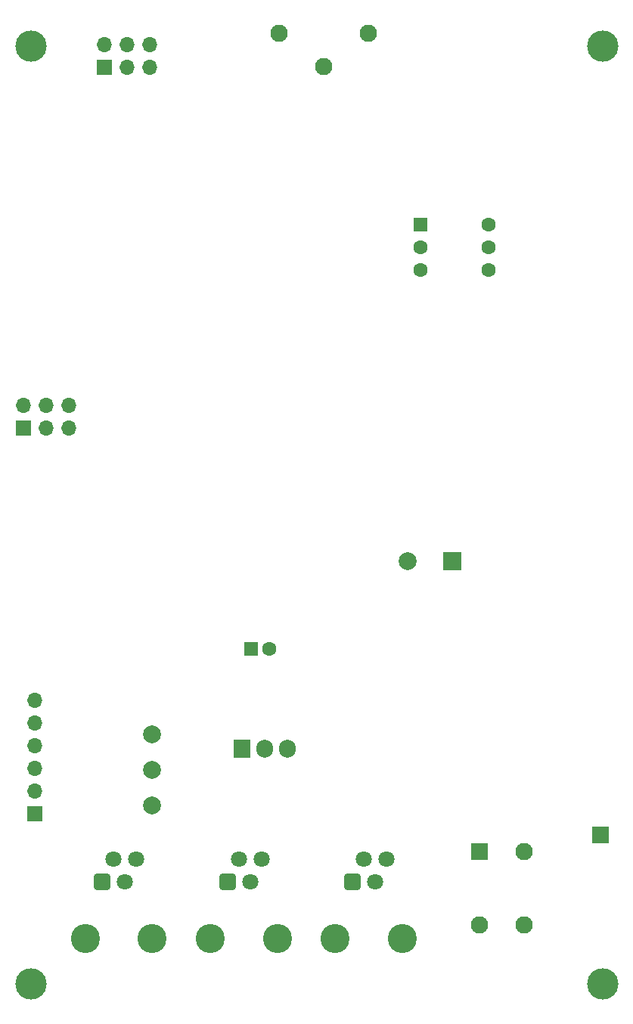
<source format=gbr>
%TF.GenerationSoftware,KiCad,Pcbnew,9.0.0*%
%TF.CreationDate,2025-03-09T10:23:32+01:00*%
%TF.ProjectId,ws_3.0,77735f33-2e30-42e6-9b69-6361645f7063,rev?*%
%TF.SameCoordinates,Original*%
%TF.FileFunction,Soldermask,Bot*%
%TF.FilePolarity,Negative*%
%FSLAX46Y46*%
G04 Gerber Fmt 4.6, Leading zero omitted, Abs format (unit mm)*
G04 Created by KiCad (PCBNEW 9.0.0) date 2025-03-09 10:23:32*
%MOMM*%
%LPD*%
G01*
G04 APERTURE LIST*
G04 Aperture macros list*
%AMRoundRect*
0 Rectangle with rounded corners*
0 $1 Rounding radius*
0 $2 $3 $4 $5 $6 $7 $8 $9 X,Y pos of 4 corners*
0 Add a 4 corners polygon primitive as box body*
4,1,4,$2,$3,$4,$5,$6,$7,$8,$9,$2,$3,0*
0 Add four circle primitives for the rounded corners*
1,1,$1+$1,$2,$3*
1,1,$1+$1,$4,$5*
1,1,$1+$1,$6,$7*
1,1,$1+$1,$8,$9*
0 Add four rect primitives between the rounded corners*
20,1,$1+$1,$2,$3,$4,$5,0*
20,1,$1+$1,$4,$5,$6,$7,0*
20,1,$1+$1,$6,$7,$8,$9,0*
20,1,$1+$1,$8,$9,$2,$3,0*%
G04 Aperture macros list end*
%ADD10C,3.500000*%
%ADD11R,1.905000X2.000000*%
%ADD12O,1.905000X2.000000*%
%ADD13RoundRect,0.250000X-0.550000X-0.550000X0.550000X-0.550000X0.550000X0.550000X-0.550000X0.550000X0*%
%ADD14C,1.600000*%
%ADD15R,1.700000X1.700000*%
%ADD16O,1.700000X1.700000*%
%ADD17C,2.000000*%
%ADD18C,3.250000*%
%ADD19RoundRect,0.250000X-0.650000X-0.650000X0.650000X-0.650000X0.650000X0.650000X-0.650000X0.650000X0*%
%ADD20C,1.800000*%
%ADD21R,1.600000X1.600000*%
%ADD22C,1.950000*%
%ADD23R,1.950000X1.950000*%
%ADD24R,2.000000X2.000000*%
G04 APERTURE END LIST*
D10*
%TO.C,UNK_HOLE_0*%
X116381100Y-52973600D03*
%TD*%
D11*
%TO.C,U2*%
X140060000Y-131600000D03*
D12*
X142600000Y-131600000D03*
X145140000Y-131600000D03*
%TD*%
D13*
%TO.C,SW1*%
X160000000Y-72920000D03*
D14*
X160000000Y-75460000D03*
X160000000Y-78000000D03*
X167620000Y-78000000D03*
X167620000Y-75460000D03*
X167620000Y-72920000D03*
%TD*%
D15*
%TO.C,J1*%
X124655000Y-55352500D03*
D16*
X124655000Y-52812500D03*
X127195000Y-55352500D03*
X127195000Y-52812500D03*
X129735000Y-55352500D03*
X129735000Y-52812500D03*
%TD*%
D17*
%TO.C,TP1*%
X130000000Y-130000000D03*
%TD*%
D18*
%TO.C,J2*%
X122490000Y-152850000D03*
X129990000Y-152850000D03*
D19*
X124400000Y-146500000D03*
D20*
X125670000Y-143960000D03*
X126940000Y-146500000D03*
X128210000Y-143960000D03*
%TD*%
D15*
%TO.C,J6*%
X115600000Y-95740000D03*
D16*
X115600000Y-93200000D03*
X118140000Y-95740000D03*
X118140000Y-93200000D03*
X120680000Y-95740000D03*
X120680000Y-93200000D03*
%TD*%
D21*
%TO.C,C2*%
X141044900Y-120500000D03*
D14*
X143044900Y-120500000D03*
%TD*%
D22*
%TO.C,BT1*%
X144200000Y-51500000D03*
X149200000Y-55300000D03*
X154200000Y-51500000D03*
%TD*%
D10*
%TO.C,UNK_HOLE_3*%
X180381100Y-157973600D03*
%TD*%
D15*
%TO.C,J7*%
X116800000Y-138880000D03*
D16*
X116800000Y-136340000D03*
X116800000Y-133800000D03*
X116800000Y-131260000D03*
X116800000Y-128720000D03*
X116800000Y-126180000D03*
%TD*%
D10*
%TO.C,UNK_HOLE_2*%
X116381100Y-157973600D03*
%TD*%
D23*
%TO.C,AE1*%
X180200000Y-141300000D03*
%TD*%
D17*
%TO.C,TP2*%
X130000000Y-134000000D03*
%TD*%
D23*
%TO.C,J5*%
X166605745Y-143181536D03*
D22*
X166605745Y-151381536D03*
X171605745Y-143181536D03*
X171605745Y-151381536D03*
%TD*%
D18*
%TO.C,J4*%
X136490000Y-152850000D03*
X143990000Y-152850000D03*
D19*
X138400000Y-146500000D03*
D20*
X139670000Y-143960000D03*
X140940000Y-146500000D03*
X142210000Y-143960000D03*
%TD*%
D17*
%TO.C,TP3*%
X130000000Y-138000000D03*
%TD*%
D18*
%TO.C,J3*%
X150490000Y-152850000D03*
X157990000Y-152850000D03*
D19*
X152400000Y-146500000D03*
D20*
X153670000Y-143960000D03*
X154940000Y-146500000D03*
X156210000Y-143960000D03*
%TD*%
D10*
%TO.C,UNK_HOLE_1*%
X180381100Y-52973600D03*
%TD*%
D24*
%TO.C,C8*%
X163600000Y-110600000D03*
D17*
X158600000Y-110600000D03*
%TD*%
M02*

</source>
